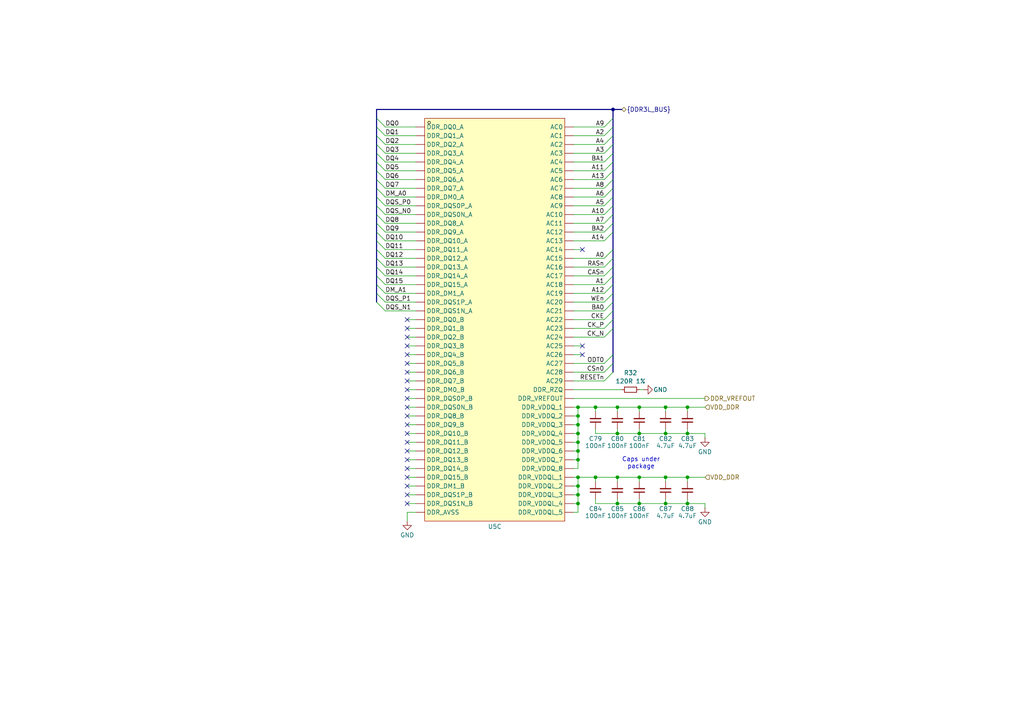
<source format=kicad_sch>
(kicad_sch (version 20250114) (generator "eeschema") (generator_version "9.0")
  (paper "A4")
  (title_block (title "DDR PHY") (date "2025-11-23") (rev "1.0") (company "UVic Rocketry") (comment 1 "Author: Eric Handley"))
  (text "Caps under\npackage" (at 185.928 134.366 0) (effects (font (size 1.27 1.27))))
  (junction (at 199.39 146.05))
  (junction (at 199.39 125.73))
  (junction (at 167.64 133.35))
  (junction (at 167.64 123.19))
  (junction (at 179.07 138.43))
  (junction (at 193.04 138.43))
  (junction (at 167.64 120.65))
  (junction (at 193.04 118.11))
  (junction (at 167.64 130.81))
  (junction (at 167.64 146.05))
  (junction (at 199.39 118.11))
  (junction (at 193.04 125.73))
  (junction (at 185.42 146.05))
  (junction (at 177.8 31.75))
  (junction (at 172.72 118.11))
  (junction (at 172.72 138.43))
  (junction (at 167.64 140.97))
  (junction (at 167.64 143.51))
  (junction (at 179.07 125.73))
  (junction (at 167.64 138.43))
  (junction (at 179.07 146.05))
  (junction (at 167.64 125.73))
  (junction (at 199.39 138.43))
  (junction (at 185.42 118.11))
  (junction (at 179.07 118.11))
  (junction (at 193.04 146.05))
  (junction (at 167.64 128.27))
  (junction (at 167.64 118.11))
  (junction (at 185.42 125.73))
  (junction (at 185.42 138.43))
  (no_connect (at 118.11 125.73))
  (no_connect (at 118.11 100.33))
  (no_connect (at 118.11 92.71))
  (no_connect (at 118.11 110.49))
  (no_connect (at 118.11 107.95))
  (no_connect (at 118.11 113.03))
  (no_connect (at 118.11 140.97))
  (no_connect (at 118.11 95.25))
  (no_connect (at 118.11 133.35))
  (no_connect (at 118.11 123.19))
  (no_connect (at 118.11 138.43))
  (no_connect (at 118.11 146.05))
  (no_connect (at 118.11 118.11))
  (no_connect (at 168.91 100.33))
  (no_connect (at 118.11 135.89))
  (no_connect (at 118.11 97.79))
  (no_connect (at 118.11 128.27))
  (no_connect (at 118.11 120.65))
  (no_connect (at 118.11 130.81))
  (no_connect (at 168.91 72.39))
  (no_connect (at 118.11 102.87))
  (no_connect (at 118.11 115.57))
  (no_connect (at 118.11 105.41))
  (no_connect (at 168.91 102.87))
  (no_connect (at 118.11 143.51))
  (bus_entry (at 109.22 67.31) (size 2.54 2.54))
  (bus_entry (at 177.8 64.77) (size -2.54 2.54))
  (bus_entry (at 177.8 107.95) (size -2.54 2.54))
  (bus_entry (at 177.8 80.01) (size -2.54 2.54))
  (bus_entry (at 177.8 36.83) (size -2.54 2.54))
  (bus_entry (at 177.8 85.09) (size -2.54 2.54))
  (bus_entry (at 109.22 49.53) (size 2.54 2.54))
  (bus_entry (at 177.8 41.91) (size -2.54 2.54))
  (bus_entry (at 109.22 80.01) (size 2.54 2.54))
  (bus_entry (at 177.8 57.15) (size -2.54 2.54))
  (bus_entry (at 109.22 74.93) (size 2.54 2.54))
  (bus_entry (at 109.22 41.91) (size 2.54 2.54))
  (bus_entry (at 109.22 57.15) (size 2.54 2.54))
  (bus_entry (at 109.22 62.23) (size 2.54 2.54))
  (bus_entry (at 109.22 52.07) (size 2.54 2.54))
  (bus_entry (at 109.22 77.47) (size 2.54 2.54))
  (bus_entry (at 109.22 85.09) (size 2.54 2.54))
  (bus_entry (at 177.8 95.25) (size -2.54 2.54))
  (bus_entry (at 177.8 82.55) (size -2.54 2.54))
  (bus_entry (at 177.8 34.29) (size -2.54 2.54))
  (bus_entry (at 109.22 72.39) (size 2.54 2.54))
  (bus_entry (at 177.8 62.23) (size -2.54 2.54))
  (bus_entry (at 177.8 105.41) (size -2.54 2.54))
  (bus_entry (at 177.8 39.37) (size -2.54 2.54))
  (bus_entry (at 177.8 102.87) (size -2.54 2.54))
  (bus_entry (at 109.22 34.29) (size 2.54 2.54))
  (bus_entry (at 177.8 87.63) (size -2.54 2.54))
  (bus_entry (at 177.8 92.71) (size -2.54 2.54))
  (bus_entry (at 109.22 64.77) (size 2.54 2.54))
  (bus_entry (at 177.8 44.45) (size -2.54 2.54))
  (bus_entry (at 109.22 44.45) (size 2.54 2.54))
  (bus_entry (at 109.22 39.37) (size 2.54 2.54))
  (bus_entry (at 177.8 67.31) (size -2.54 2.54))
  (bus_entry (at 177.8 74.93) (size -2.54 2.54))
  (bus_entry (at 177.8 46.99) (size -2.54 2.54))
  (bus_entry (at 177.8 90.17) (size -2.54 2.54))
  (bus_entry (at 177.8 72.39) (size -2.54 2.54))
  (bus_entry (at 109.22 46.99) (size 2.54 2.54))
  (bus_entry (at 177.8 59.69) (size -2.54 2.54))
  (bus_entry (at 109.22 59.69) (size 2.54 2.54))
  (bus_entry (at 109.22 36.83) (size 2.54 2.54))
  (bus_entry (at 109.22 69.85) (size 2.54 2.54))
  (bus_entry (at 109.22 87.63) (size 2.54 2.54))
  (bus_entry (at 177.8 77.47) (size -2.54 2.54))
  (bus_entry (at 109.22 54.61) (size 2.54 2.54))
  (bus_entry (at 177.8 54.61) (size -2.54 2.54))
  (bus_entry (at 177.8 49.53) (size -2.54 2.54))
  (bus_entry (at 177.8 52.07) (size -2.54 2.54))
  (bus_entry (at 109.22 82.55) (size 2.54 2.54))
  (wire (pts (xy 167.64 118.11) (xy 166.37 118.11)))
  (wire (pts (xy 118.11 143.51) (xy 120.65 143.51)))
  (wire (pts (xy 166.37 97.79) (xy 175.26 97.79)))
  (wire (pts (xy 111.76 41.91) (xy 120.65 41.91)))
  (wire (pts (xy 185.42 118.11) (xy 193.04 118.11)))
  (bus (pts (xy 177.8 74.93) (xy 177.8 77.47)))
  (bus (pts (xy 177.8 80.01) (xy 177.8 82.55)))
  (wire (pts (xy 172.72 118.11) (xy 172.72 119.38)))
  (bus (pts (xy 109.22 36.83) (xy 109.22 39.37)))
  (wire (pts (xy 193.04 144.78) (xy 193.04 146.05)))
  (wire (pts (xy 167.64 140.97) (xy 167.64 143.51)))
  (wire (pts (xy 166.37 62.23) (xy 175.26 62.23)))
  (wire (pts (xy 199.39 125.73) (xy 204.47 125.73)))
  (wire (pts (xy 167.64 118.11) (xy 172.72 118.11)))
  (wire (pts (xy 111.76 64.77) (xy 120.65 64.77)))
  (bus (pts (xy 109.22 82.55) (xy 109.22 85.09)))
  (wire (pts (xy 167.64 125.73) (xy 166.37 125.73)))
  (wire (pts (xy 111.76 74.93) (xy 120.65 74.93)))
  (bus (pts (xy 109.22 34.29) (xy 109.22 36.83)))
  (wire (pts (xy 179.07 146.05) (xy 185.42 146.05)))
  (bus (pts (xy 177.8 105.41) (xy 177.8 107.95)))
  (wire (pts (xy 118.11 118.11) (xy 120.65 118.11)))
  (wire (pts (xy 185.42 125.73) (xy 185.42 124.46)))
  (wire (pts (xy 179.07 138.43) (xy 185.42 138.43)))
  (wire (pts (xy 167.64 120.65) (xy 166.37 120.65)))
  (bus (pts (xy 177.8 41.91) (xy 177.8 44.45)))
  (bus (pts (xy 177.8 31.75) (xy 180.34 31.75)))
  (wire (pts (xy 166.37 39.37) (xy 175.26 39.37)))
  (wire (pts (xy 179.07 146.05) (xy 179.07 144.78)))
  (wire (pts (xy 118.11 110.49) (xy 120.65 110.49)))
  (wire (pts (xy 118.11 95.25) (xy 120.65 95.25)))
  (bus (pts (xy 177.8 52.07) (xy 177.8 54.61)))
  (wire (pts (xy 166.37 59.69) (xy 175.26 59.69)))
  (wire (pts (xy 185.42 146.05) (xy 193.04 146.05)))
  (wire (pts (xy 199.39 124.46) (xy 199.39 125.73)))
  (wire (pts (xy 111.76 52.07) (xy 120.65 52.07)))
  (wire (pts (xy 118.11 123.19) (xy 120.65 123.19)))
  (wire (pts (xy 111.76 44.45) (xy 120.65 44.45)))
  (wire (pts (xy 167.64 138.43) (xy 172.72 138.43)))
  (wire (pts (xy 118.11 130.81) (xy 120.65 130.81)))
  (wire (pts (xy 167.64 120.65) (xy 167.64 123.19)))
  (bus (pts (xy 177.8 72.39) (xy 177.8 74.93)))
  (bus (pts (xy 177.8 95.25) (xy 177.8 102.87)))
  (wire (pts (xy 172.72 118.11) (xy 179.07 118.11)))
  (wire (pts (xy 167.64 130.81) (xy 167.64 133.35)))
  (wire (pts (xy 199.39 138.43) (xy 199.39 139.7)))
  (wire (pts (xy 167.64 138.43) (xy 167.64 140.97)))
  (wire (pts (xy 179.07 118.11) (xy 185.42 118.11)))
  (wire (pts (xy 167.64 133.35) (xy 166.37 133.35)))
  (bus (pts (xy 177.8 77.47) (xy 177.8 80.01)))
  (wire (pts (xy 118.11 100.33) (xy 120.65 100.33)))
  (wire (pts (xy 111.76 80.01) (xy 120.65 80.01)))
  (wire (pts (xy 167.64 135.89) (xy 166.37 135.89)))
  (wire (pts (xy 166.37 77.47) (xy 175.26 77.47)))
  (bus (pts (xy 109.22 44.45) (xy 109.22 46.99)))
  (wire (pts (xy 111.76 69.85) (xy 120.65 69.85)))
  (wire (pts (xy 118.11 140.97) (xy 120.65 140.97)))
  (wire (pts (xy 185.42 118.11) (xy 185.42 119.38)))
  (wire (pts (xy 111.76 39.37) (xy 120.65 39.37)))
  (wire (pts (xy 166.37 85.09) (xy 175.26 85.09)))
  (bus (pts (xy 177.8 49.53) (xy 177.8 52.07)))
  (wire (pts (xy 168.91 72.39) (xy 166.37 72.39)))
  (wire (pts (xy 193.04 118.11) (xy 199.39 118.11)))
  (wire (pts (xy 111.76 87.63) (xy 120.65 87.63)))
  (bus (pts (xy 109.22 57.15) (xy 109.22 59.69)))
  (bus (pts (xy 177.8 102.87) (xy 177.8 105.41)))
  (wire (pts (xy 185.42 146.05) (xy 185.42 144.78)))
  (bus (pts (xy 177.8 34.29) (xy 177.8 36.83)))
  (wire (pts (xy 166.37 113.03) (xy 180.34 113.03)))
  (bus (pts (xy 109.22 77.47) (xy 109.22 80.01)))
  (bus (pts (xy 109.22 72.39) (xy 109.22 74.93)))
  (bus (pts (xy 177.8 36.83) (xy 177.8 39.37)))
  (wire (pts (xy 118.11 97.79) (xy 120.65 97.79)))
  (wire (pts (xy 166.37 46.99) (xy 175.26 46.99)))
  (wire (pts (xy 166.37 87.63) (xy 175.26 87.63)))
  (wire (pts (xy 167.64 128.27) (xy 167.64 130.81)))
  (wire (pts (xy 111.76 85.09) (xy 120.65 85.09)))
  (wire (pts (xy 118.11 138.43) (xy 120.65 138.43)))
  (wire (pts (xy 172.72 146.05) (xy 179.07 146.05)))
  (wire (pts (xy 199.39 138.43) (xy 204.47 138.43)))
  (wire (pts (xy 166.37 107.95) (xy 175.26 107.95)))
  (wire (pts (xy 168.91 102.87) (xy 166.37 102.87)))
  (bus (pts (xy 177.8 44.45) (xy 177.8 46.99)))
  (wire (pts (xy 167.64 123.19) (xy 167.64 125.73)))
  (bus (pts (xy 109.22 49.53) (xy 109.22 52.07)))
  (wire (pts (xy 118.11 148.59) (xy 118.11 151.13)))
  (bus (pts (xy 177.8 54.61) (xy 177.8 57.15)))
  (wire (pts (xy 179.07 118.11) (xy 179.07 119.38)))
  (bus (pts (xy 109.22 52.07) (xy 109.22 54.61)))
  (bus (pts (xy 177.8 46.99) (xy 177.8 49.53)))
  (wire (pts (xy 167.64 143.51) (xy 166.37 143.51)))
  (wire (pts (xy 166.37 54.61) (xy 175.26 54.61)))
  (wire (pts (xy 172.72 125.73) (xy 172.72 124.46)))
  (wire (pts (xy 111.76 36.83) (xy 120.65 36.83)))
  (wire (pts (xy 167.64 140.97) (xy 166.37 140.97)))
  (bus (pts (xy 177.8 57.15) (xy 177.8 59.69)))
  (bus (pts (xy 109.22 69.85) (xy 109.22 72.39)))
  (wire (pts (xy 111.76 54.61) (xy 120.65 54.61)))
  (wire (pts (xy 166.37 74.93) (xy 175.26 74.93)))
  (wire (pts (xy 111.76 72.39) (xy 120.65 72.39)))
  (bus (pts (xy 177.8 67.31) (xy 177.8 72.39)))
  (wire (pts (xy 118.11 107.95) (xy 120.65 107.95)))
  (bus (pts (xy 109.22 31.75) (xy 109.22 34.29)))
  (wire (pts (xy 166.37 95.25) (xy 175.26 95.25)))
  (wire (pts (xy 193.04 125.73) (xy 199.39 125.73)))
  (bus (pts (xy 177.8 82.55) (xy 177.8 85.09)))
  (wire (pts (xy 118.11 120.65) (xy 120.65 120.65)))
  (bus (pts (xy 109.22 54.61) (xy 109.22 57.15)))
  (bus (pts (xy 109.22 85.09) (xy 109.22 87.63)))
  (wire (pts (xy 118.11 105.41) (xy 120.65 105.41)))
  (wire (pts (xy 111.76 49.53) (xy 120.65 49.53)))
  (wire (pts (xy 179.07 125.73) (xy 179.07 124.46)))
  (wire (pts (xy 166.37 41.91) (xy 175.26 41.91)))
  (bus (pts (xy 109.22 64.77) (xy 109.22 67.31)))
  (wire (pts (xy 166.37 148.59) (xy 167.64 148.59)))
  (bus (pts (xy 177.8 87.63) (xy 177.8 90.17)))
  (wire (pts (xy 166.37 115.57) (xy 204.47 115.57)))
  (wire (pts (xy 199.39 144.78) (xy 199.39 146.05)))
  (wire (pts (xy 167.64 143.51) (xy 167.64 146.05)))
  (wire (pts (xy 185.42 125.73) (xy 193.04 125.73)))
  (wire (pts (xy 166.37 90.17) (xy 175.26 90.17)))
  (bus (pts (xy 109.22 46.99) (xy 109.22 49.53)))
  (wire (pts (xy 118.11 115.57) (xy 120.65 115.57)))
  (wire (pts (xy 167.64 123.19) (xy 166.37 123.19)))
  (wire (pts (xy 179.07 138.43) (xy 179.07 139.7)))
  (bus (pts (xy 177.8 62.23) (xy 177.8 64.77)))
  (wire (pts (xy 167.64 138.43) (xy 166.37 138.43)))
  (wire (pts (xy 118.11 135.89) (xy 120.65 135.89)))
  (bus (pts (xy 177.8 59.69) (xy 177.8 62.23)))
  (bus (pts (xy 177.8 90.17) (xy 177.8 92.71)))
  (wire (pts (xy 172.72 138.43) (xy 179.07 138.43)))
  (wire (pts (xy 118.11 113.03) (xy 120.65 113.03)))
  (bus (pts (xy 177.8 92.71) (xy 177.8 95.25)))
  (wire (pts (xy 193.04 118.11) (xy 193.04 119.38)))
  (wire (pts (xy 185.42 138.43) (xy 193.04 138.43)))
  (wire (pts (xy 168.91 100.33) (xy 166.37 100.33)))
  (wire (pts (xy 118.11 102.87) (xy 120.65 102.87)))
  (wire (pts (xy 118.11 125.73) (xy 120.65 125.73)))
  (wire (pts (xy 199.39 146.05) (xy 204.47 146.05)))
  (wire (pts (xy 166.37 44.45) (xy 175.26 44.45)))
  (bus (pts (xy 109.22 59.69) (xy 109.22 62.23)))
  (wire (pts (xy 111.76 62.23) (xy 120.65 62.23)))
  (wire (pts (xy 179.07 125.73) (xy 185.42 125.73)))
  (wire (pts (xy 167.64 130.81) (xy 166.37 130.81)))
  (bus (pts (xy 109.22 62.23) (xy 109.22 64.77)))
  (wire (pts (xy 172.72 125.73) (xy 179.07 125.73)))
  (wire (pts (xy 167.64 146.05) (xy 166.37 146.05)))
  (wire (pts (xy 185.42 138.43) (xy 185.42 139.7)))
  (wire (pts (xy 166.37 57.15) (xy 175.26 57.15)))
  (wire (pts (xy 166.37 110.49) (xy 175.26 110.49)))
  (wire (pts (xy 204.47 146.05) (xy 204.47 147.32)))
  (wire (pts (xy 193.04 138.43) (xy 193.04 139.7)))
  (wire (pts (xy 166.37 69.85) (xy 175.26 69.85)))
  (bus (pts (xy 177.8 39.37) (xy 177.8 41.91)))
  (bus (pts (xy 109.22 74.93) (xy 109.22 77.47)))
  (wire (pts (xy 172.72 146.05) (xy 172.72 144.78)))
  (bus (pts (xy 109.22 80.01) (xy 109.22 82.55)))
  (wire (pts (xy 166.37 52.07) (xy 175.26 52.07)))
  (wire (pts (xy 120.65 148.59) (xy 118.11 148.59)))
  (wire (pts (xy 193.04 124.46) (xy 193.04 125.73)))
  (wire (pts (xy 111.76 46.99) (xy 120.65 46.99)))
  (wire (pts (xy 118.11 128.27) (xy 120.65 128.27)))
  (wire (pts (xy 167.64 118.11) (xy 167.64 120.65)))
  (wire (pts (xy 118.11 146.05) (xy 120.65 146.05)))
  (wire (pts (xy 167.64 133.35) (xy 167.64 135.89)))
  (bus (pts (xy 109.22 31.75) (xy 177.8 31.75)))
  (wire (pts (xy 166.37 80.01) (xy 175.26 80.01)))
  (wire (pts (xy 118.11 92.71) (xy 120.65 92.71)))
  (bus (pts (xy 177.8 64.77) (xy 177.8 67.31)))
  (wire (pts (xy 167.64 128.27) (xy 166.37 128.27)))
  (wire (pts (xy 166.37 82.55) (xy 175.26 82.55)))
  (wire (pts (xy 204.47 125.73) (xy 204.47 127)))
  (wire (pts (xy 185.42 113.03) (xy 186.69 113.03)))
  (wire (pts (xy 166.37 49.53) (xy 175.26 49.53)))
  (wire (pts (xy 111.76 90.17) (xy 120.65 90.17)))
  (wire (pts (xy 167.64 148.59) (xy 167.64 146.05)))
  (wire (pts (xy 166.37 64.77) (xy 175.26 64.77)))
  (wire (pts (xy 166.37 105.41) (xy 175.26 105.41)))
  (wire (pts (xy 118.11 133.35) (xy 120.65 133.35)))
  (wire (pts (xy 199.39 118.11) (xy 204.47 118.11)))
  (wire (pts (xy 111.76 57.15) (xy 120.65 57.15)))
  (wire (pts (xy 167.64 125.73) (xy 167.64 128.27)))
  (wire (pts (xy 166.37 36.83) (xy 175.26 36.83)))
  (bus (pts (xy 109.22 67.31) (xy 109.22 69.85)))
  (wire (pts (xy 193.04 138.43) (xy 199.39 138.43)))
  (wire (pts (xy 111.76 82.55) (xy 120.65 82.55)))
  (wire (pts (xy 111.76 59.69) (xy 120.65 59.69)))
  (bus (pts (xy 109.22 41.91) (xy 109.22 44.45)))
  (bus (pts (xy 177.8 85.09) (xy 177.8 87.63)))
  (wire (pts (xy 166.37 67.31) (xy 175.26 67.31)))
  (wire (pts (xy 193.04 146.05) (xy 199.39 146.05)))
  (wire (pts (xy 111.76 77.47) (xy 120.65 77.47)))
  (wire (pts (xy 166.37 92.71) (xy 175.26 92.71)))
  (bus (pts (xy 177.8 31.75) (xy 177.8 34.29)))
  (wire (pts (xy 172.72 138.43) (xy 172.72 139.7)))
  (wire (pts (xy 199.39 118.11) (xy 199.39 119.38)))
  (bus (pts (xy 109.22 39.37) (xy 109.22 41.91)))
  (wire (pts (xy 111.76 67.31) (xy 120.65 67.31)))
  (label "DQS_P0" (at 111.76 59.69 0))
  (label "A13" (at 175.26 52.07 180))
  (label "DQ11" (at 111.76 72.39 0))
  (label "A9" (at 175.26 36.83 180))
  (label "DQ12" (at 111.76 74.93 0))
  (label "DQ4" (at 111.76 46.99 0))
  (label "DQ13" (at 111.76 77.47 0))
  (label "DQ10" (at 111.76 69.85 0))
  (label "A10" (at 175.26 62.23 180))
  (label "DM_A1" (at 111.76 85.09 0))
  (label "BA1" (at 175.26 46.99 180))
  (label "RESETn" (at 175.26 110.49 180))
  (label "BA0" (at 175.26 90.17 180))
  (label "DQ0" (at 111.76 36.83 0))
  (label "DQ5" (at 111.76 49.53 0))
  (label "DQ1" (at 111.76 39.37 0))
  (label "DQ3" (at 111.76 44.45 0))
  (label "CASn" (at 175.26 80.01 180))
  (label "DQS_N0" (at 111.76 62.23 0))
  (label "ODT0" (at 175.26 105.41 180))
  (label "CKE" (at 175.26 92.71 180))
  (label "CK_P" (at 175.26 95.25 180))
  (label "WEn" (at 175.26 87.63 180))
  (label "A0" (at 175.26 74.93 180))
  (label "A11" (at 175.26 49.53 180))
  (label "BA2" (at 175.26 67.31 180))
  (label "DQ6" (at 111.76 52.07 0))
  (label "A3" (at 175.26 44.45 180))
  (label "A5" (at 175.26 59.69 180))
  (label "A12" (at 175.26 85.09 180))
  (label "A8" (at 175.26 54.61 180))
  (label "A4" (at 175.26 41.91 180))
  (label "RASn" (at 175.26 77.47 180))
  (label "DQ9" (at 111.76 67.31 0))
  (label "A7" (at 175.26 64.77 180))
  (label "DQ14" (at 111.76 80.01 0))
  (label "DQS_N1" (at 111.76 90.17 0))
  (label "DQ7" (at 111.76 54.61 0))
  (label "A1" (at 175.26 82.55 180))
  (label "CSn0" (at 175.26 107.95 180))
  (label "A6" (at 175.26 57.15 180))
  (label "DQ8" (at 111.76 64.77 0))
  (label "DM_A0" (at 111.76 57.15 0))
  (label "DQS_P1" (at 111.76 87.63 0))
  (label "DQ2" (at 111.76 41.91 0))
  (label "CK_N" (at 175.26 97.79 180))
  (label "A14" (at 175.26 69.85 180))
  (label "A2" (at 175.26 39.37 180))
  (label "DQ15" (at 111.76 82.55 0))
  (hierarchical_label "VDD_DDR" (shape input) (at 204.47 118.11 0))
  (hierarchical_label "VDD_DDR" (shape input) (at 204.47 138.43 0))
  (hierarchical_label "{DDR3L_BUS}" (shape bidirectional) (at 180.34 31.75 0))
  (hierarchical_label "DDR_VREFOUT" (shape output) (at 204.47 115.57 0))
  (symbol (lib_id "power:GND") (at 204.47 127 0) (mirror y) (unit 1)
    (property "Reference" "#PWR060" (effects (hide yes)))
    (property "Value" "GND" (at 204.47 131.064 0))
    (property "Description" "Power symbol creates a global label with name \"GND\" , ground" (effects (hide yes)))
  )
  (symbol (lib_name "root_0_RK3566__5") (lib_id "RK35661_RK3566-altium-import:root_0_RK3566_") (at 143.51 92.71 0) (mirror x) (unit 3)
    (property "Reference" "U5" (at 143.51 152.7231 0))
    (property "Value" "RK3566" (effects (hide yes)))
    (property "Footprint" "srad-camera-footprints:BGA-565_L15.5-W14.4-P0.40_RK3566_1" (effects (hide yes)))
    (property "SYMBOL" "RK3566" (effects (hide yes)))
    (property "DEVICE" "RK3566" (effects (hide yes)))
    (property "LCSC PART NAME" "RK3566" (effects (hide yes)))
    (property "SUPPLIER PART" "C2943786" (effects (hide yes)))
    (property "MANUFACTURER" "Rockchip(瑞芯微)" (effects (hide yes)))
    (property "MANUFACTURER PART" "RK3566" (effects (hide yes)))
    (property "SUPPLIER FOOTPRINT" "BGA-565(15.5x14.4)" (effects (hide yes)))
    (property "JLCPCB PART CLASS" "Extended Part" (effects (hide yes)))
    (property "DATASHEET" "https://atta.szlcsc.com/upload/public/pdf/source/20240126/58C1D355804B22318A1D6A9C85EA3A92.pdf" (effects (hide yes)))
    (property "SUPPLIER" "LCSC" (effects (hide yes)))
    (property "ADD INTO BOM" "yes" (effects (hide yes)))
    (property "CONVERT TO PCB" "yes" (effects (hide yes)))
  )
  (symbol (lib_id "power:GND") (at 118.11 151.13 0) (mirror y) (unit 1)
    (property "Reference" "#PWR062" (effects (hide yes)))
    (property "Value" "GND" (at 118.11 155.194 0))
    (property "Description" "Power symbol creates a global label with name \"GND\" , ground" (effects (hide yes)))
  )
  (symbol (lib_id "power:GND") (at 186.69 113.03 90) (unit 1)
    (property "Reference" "#PWR059" (effects (hide yes)))
    (property "Value" "GND" (at 189.484 113.03 90) (effects (justify right)))
    (property "Description" "Power symbol creates a global label with name \"GND\" , ground" (effects (hide yes)))
  )
  (symbol (lib_id "power:GND") (at 204.47 147.32 0) (mirror y) (unit 1)
    (property "Reference" "#PWR061" (effects (hide yes)))
    (property "Value" "GND" (at 204.47 151.384 0))
    (property "Description" "Power symbol creates a global label with name \"GND\" , ground" (effects (hide yes)))
  )
  (symbol (lib_name "C_Small_16") (lib_id "Device:C_Small") (at 172.72 121.92 0) (mirror x) (unit 1)
    (property "Reference" "C79" (at 172.72 127.254 0))
    (property "Value" "100nF" (at 172.72 129.286 0))
    (property "Description" "Unpolarized capacitor, small symbol" (effects (hide yes)))
  )
  (symbol (lib_id "Device:C_Small") (at 193.04 142.24 0) (mirror x) (unit 1)
    (property "Reference" "C87" (at 193.04 147.574 0))
    (property "Value" "4.7uF" (at 193.04 149.606 0))
    (property "Description" "Unpolarized capacitor, small symbol" (effects (hide yes)))
  )
  (symbol (lib_name "C_Small_3") (lib_id "Device:C_Small") (at 185.42 142.24 0) (mirror x) (unit 1)
    (property "Reference" "C86" (at 185.42 147.574 0))
    (property "Value" "100nF" (at 185.42 149.606 0))
    (property "Description" "Unpolarized capacitor, small symbol" (effects (hide yes)))
  )
  (symbol (lib_id "Device:R_Small") (at 182.88 113.03 270) (mirror x) (unit 1)
    (property "Reference" "R32" (at 182.88 108.1489 90))
    (property "Value" "120R 1%" (at 182.88 110.5732 90))
    (property "Description" "Resistor, small symbol" (effects (hide yes)))
  )
  (symbol (lib_id "Device:C_Small") (at 199.39 121.92 0) (mirror x) (unit 1)
    (property "Reference" "C83" (at 199.39 127.254 0))
    (property "Value" "4.7uF" (at 199.39 129.286 0))
    (property "Description" "Unpolarized capacitor, small symbol" (effects (hide yes)))
  )
  (symbol (lib_name "C_Small_16") (lib_id "Device:C_Small") (at 172.72 142.24 0) (mirror x) (unit 1)
    (property "Reference" "C84" (at 172.72 147.574 0))
    (property "Value" "100nF" (at 172.72 149.606 0))
    (property "Description" "Unpolarized capacitor, small symbol" (effects (hide yes)))
  )
  (symbol (lib_name "C_Small_14") (lib_id "Device:C_Small") (at 179.07 142.24 0) (mirror x) (unit 1)
    (property "Reference" "C85" (at 179.07 147.574 0))
    (property "Value" "100nF" (at 179.07 149.606 0))
    (property "Description" "Unpolarized capacitor, small symbol" (effects (hide yes)))
  )
  (symbol (lib_id "Device:C_Small") (at 193.04 121.92 0) (mirror x) (unit 1)
    (property "Reference" "C82" (at 193.04 127.254 0))
    (property "Value" "4.7uF" (at 193.04 129.286 0))
    (property "Description" "Unpolarized capacitor, small symbol" (effects (hide yes)))
  )
  (symbol (lib_name "C_Small_14") (lib_id "Device:C_Small") (at 179.07 121.92 0) (mirror x) (unit 1)
    (property "Reference" "C80" (at 179.07 127.254 0))
    (property "Value" "100nF" (at 179.07 129.286 0))
    (property "Description" "Unpolarized capacitor, small symbol" (effects (hide yes)))
  )
  (symbol (lib_name "C_Small_3") (lib_id "Device:C_Small") (at 185.42 121.92 0) (mirror x) (unit 1)
    (property "Reference" "C81" (at 185.42 127.254 0))
    (property "Value" "100nF" (at 185.42 129.286 0))
    (property "Description" "Unpolarized capacitor, small symbol" (effects (hide yes)))
  )
  (symbol (lib_id "Device:C_Small") (at 199.39 142.24 0) (mirror x) (unit 1)
    (property "Reference" "C88" (at 199.39 147.574 0))
    (property "Value" "4.7uF" (at 199.39 149.606 0))
    (property "Description" "Unpolarized capacitor, small symbol" (effects (hide yes)))
  )
)
</source>
